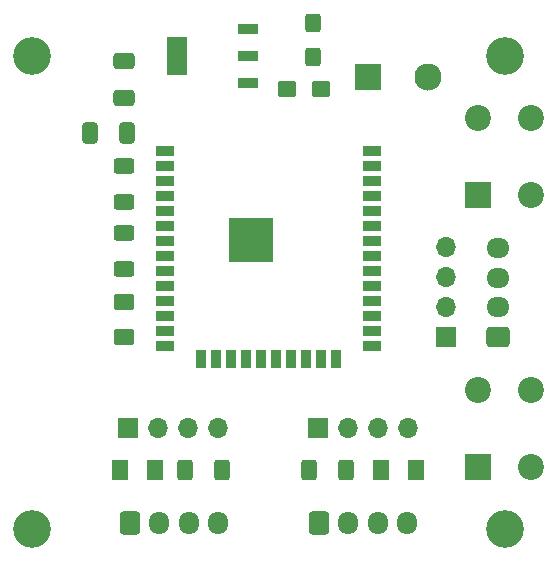
<source format=gbr>
%TF.GenerationSoftware,KiCad,Pcbnew,6.0.11-2627ca5db0~126~ubuntu20.04.1*%
%TF.CreationDate,2025-05-12T21:47:33+10:00*%
%TF.ProjectId,encoder_pcb,656e636f-6465-4725-9f70-63622e6b6963,rev?*%
%TF.SameCoordinates,Original*%
%TF.FileFunction,Soldermask,Top*%
%TF.FilePolarity,Negative*%
%FSLAX46Y46*%
G04 Gerber Fmt 4.6, Leading zero omitted, Abs format (unit mm)*
G04 Created by KiCad (PCBNEW 6.0.11-2627ca5db0~126~ubuntu20.04.1) date 2025-05-12 21:47:33*
%MOMM*%
%LPD*%
G01*
G04 APERTURE LIST*
G04 Aperture macros list*
%AMRoundRect*
0 Rectangle with rounded corners*
0 $1 Rounding radius*
0 $2 $3 $4 $5 $6 $7 $8 $9 X,Y pos of 4 corners*
0 Add a 4 corners polygon primitive as box body*
4,1,4,$2,$3,$4,$5,$6,$7,$8,$9,$2,$3,0*
0 Add four circle primitives for the rounded corners*
1,1,$1+$1,$2,$3*
1,1,$1+$1,$4,$5*
1,1,$1+$1,$6,$7*
1,1,$1+$1,$8,$9*
0 Add four rect primitives between the rounded corners*
20,1,$1+$1,$2,$3,$4,$5,0*
20,1,$1+$1,$4,$5,$6,$7,0*
20,1,$1+$1,$6,$7,$8,$9,0*
20,1,$1+$1,$8,$9,$2,$3,0*%
G04 Aperture macros list end*
%ADD10RoundRect,0.250001X-0.462499X-0.624999X0.462499X-0.624999X0.462499X0.624999X-0.462499X0.624999X0*%
%ADD11R,1.700000X1.700000*%
%ADD12O,1.700000X1.700000*%
%ADD13RoundRect,0.250001X0.462499X0.624999X-0.462499X0.624999X-0.462499X-0.624999X0.462499X-0.624999X0*%
%ADD14R,1.500000X0.900000*%
%ADD15R,0.900000X1.500000*%
%ADD16C,0.475000*%
%ADD17R,3.800000X3.800000*%
%ADD18RoundRect,0.250001X0.624999X-0.462499X0.624999X0.462499X-0.624999X0.462499X-0.624999X-0.462499X0*%
%ADD19RoundRect,0.250000X-0.537500X-0.425000X0.537500X-0.425000X0.537500X0.425000X-0.537500X0.425000X0*%
%ADD20RoundRect,0.250000X-0.625000X0.400000X-0.625000X-0.400000X0.625000X-0.400000X0.625000X0.400000X0*%
%ADD21C,3.200000*%
%ADD22R,2.200000X2.200000*%
%ADD23C,2.200000*%
%ADD24RoundRect,0.250000X-0.600000X-0.725000X0.600000X-0.725000X0.600000X0.725000X-0.600000X0.725000X0*%
%ADD25O,1.700000X1.950000*%
%ADD26R,1.800000X0.900000*%
%ADD27R,1.800000X3.200000*%
%ADD28RoundRect,0.250000X0.412500X0.650000X-0.412500X0.650000X-0.412500X-0.650000X0.412500X-0.650000X0*%
%ADD29C,2.300000*%
%ADD30RoundRect,0.250000X0.400000X0.625000X-0.400000X0.625000X-0.400000X-0.625000X0.400000X-0.625000X0*%
%ADD31RoundRect,0.250000X0.425000X-0.537500X0.425000X0.537500X-0.425000X0.537500X-0.425000X-0.537500X0*%
%ADD32RoundRect,0.250000X0.725000X-0.600000X0.725000X0.600000X-0.725000X0.600000X-0.725000X-0.600000X0*%
%ADD33O,1.950000X1.700000*%
%ADD34RoundRect,0.250000X-0.400000X-0.625000X0.400000X-0.625000X0.400000X0.625000X-0.400000X0.625000X0*%
%ADD35RoundRect,0.250000X0.650000X-0.412500X0.650000X0.412500X-0.650000X0.412500X-0.650000X-0.412500X0*%
G04 APERTURE END LIST*
D10*
%TO.C,D2*%
X131462500Y-115000000D03*
X134437500Y-115000000D03*
%TD*%
D11*
%TO.C,J5*%
X159000000Y-103800000D03*
D12*
X159000000Y-101260000D03*
X159000000Y-98720000D03*
X159000000Y-96180000D03*
%TD*%
D13*
%TO.C,D3*%
X156487500Y-115000000D03*
X153512500Y-115000000D03*
%TD*%
D14*
%TO.C,U1*%
X135250000Y-87995000D03*
X135250000Y-89265000D03*
X135250000Y-90535000D03*
X135250000Y-91805000D03*
X135250000Y-93075000D03*
X135250000Y-94345000D03*
X135250000Y-95615000D03*
X135250000Y-96885000D03*
X135250000Y-98155000D03*
X135250000Y-99425000D03*
X135250000Y-100695000D03*
X135250000Y-101965000D03*
X135250000Y-103235000D03*
X135250000Y-104505000D03*
D15*
X138285000Y-105600000D03*
X139555000Y-105600000D03*
X140825000Y-105600000D03*
X142095000Y-105600000D03*
X143365000Y-105600000D03*
X144635000Y-105600000D03*
X145905000Y-105600000D03*
X147175000Y-105600000D03*
X148445000Y-105600000D03*
X149715000Y-105600000D03*
D14*
X152750000Y-104505000D03*
X152750000Y-103235000D03*
X152750000Y-101965000D03*
X152750000Y-100695000D03*
X152750000Y-99425000D03*
X152750000Y-98155000D03*
X152750000Y-96885000D03*
X152750000Y-95615000D03*
X152750000Y-94345000D03*
X152750000Y-93075000D03*
X152750000Y-91805000D03*
X152750000Y-90535000D03*
X152750000Y-89265000D03*
X152750000Y-87995000D03*
D16*
X142500000Y-96260000D03*
X141100000Y-96260000D03*
X141100000Y-94860000D03*
X143900000Y-94860000D03*
D17*
X142500000Y-95560000D03*
D16*
X143200000Y-94160000D03*
X143200000Y-96960000D03*
X141800000Y-95560000D03*
X141800000Y-94160000D03*
X142500000Y-94860000D03*
X141800000Y-96960000D03*
X143200000Y-95560000D03*
X143900000Y-96260000D03*
%TD*%
D18*
%TO.C,D1*%
X131750000Y-103737500D03*
X131750000Y-100762500D03*
%TD*%
D19*
%TO.C,C3*%
X145562500Y-82750000D03*
X148437500Y-82750000D03*
%TD*%
D20*
%TO.C,R1*%
X131750000Y-89250000D03*
X131750000Y-92350000D03*
%TD*%
D21*
%TO.C,H4*%
X164000000Y-120000000D03*
%TD*%
D22*
%TO.C,S2*%
X161750000Y-114750000D03*
D23*
X161750000Y-108250000D03*
X166250000Y-114750000D03*
X166250000Y-108250000D03*
%TD*%
D21*
%TO.C,H3*%
X124000000Y-120000000D03*
%TD*%
D20*
%TO.C,R2*%
X131750000Y-94950000D03*
X131750000Y-98050000D03*
%TD*%
D24*
%TO.C,J3*%
X132250000Y-119500000D03*
D25*
X134750000Y-119500000D03*
X137250000Y-119500000D03*
X139750000Y-119500000D03*
%TD*%
D11*
%TO.C,J6*%
X132150000Y-111475000D03*
D12*
X134690000Y-111475000D03*
X137230000Y-111475000D03*
X139770000Y-111475000D03*
%TD*%
D26*
%TO.C,IC1*%
X142250000Y-82300000D03*
X142250000Y-80000000D03*
X142250000Y-77700000D03*
D27*
X136250000Y-80000000D03*
%TD*%
D22*
%TO.C,S1*%
X161750000Y-91750000D03*
D23*
X161750000Y-85250000D03*
X166250000Y-91750000D03*
X166250000Y-85250000D03*
%TD*%
D28*
%TO.C,C2*%
X132062500Y-86500000D03*
X128937500Y-86500000D03*
%TD*%
D22*
%TO.C,J1*%
X152438000Y-81750000D03*
D29*
X157518000Y-81750000D03*
%TD*%
D24*
%TO.C,J4*%
X148250000Y-119500000D03*
D25*
X150750000Y-119500000D03*
X153250000Y-119500000D03*
X155750000Y-119500000D03*
%TD*%
D21*
%TO.C,H1*%
X124000000Y-80000000D03*
%TD*%
D30*
%TO.C,R3*%
X140050000Y-115000000D03*
X136950000Y-115000000D03*
%TD*%
D31*
%TO.C,C4*%
X147800000Y-80037500D03*
X147800000Y-77162500D03*
%TD*%
D32*
%TO.C,J2*%
X163475000Y-103750000D03*
D33*
X163475000Y-101250000D03*
X163475000Y-98750000D03*
X163475000Y-96250000D03*
%TD*%
D21*
%TO.C,H2*%
X164000000Y-80000000D03*
%TD*%
D34*
%TO.C,R4*%
X147450000Y-115000000D03*
X150550000Y-115000000D03*
%TD*%
D11*
%TO.C,J7*%
X148200000Y-111500000D03*
D12*
X150740000Y-111500000D03*
X153280000Y-111500000D03*
X155820000Y-111500000D03*
%TD*%
D35*
%TO.C,C1*%
X131750000Y-83562500D03*
X131750000Y-80437500D03*
%TD*%
M02*

</source>
